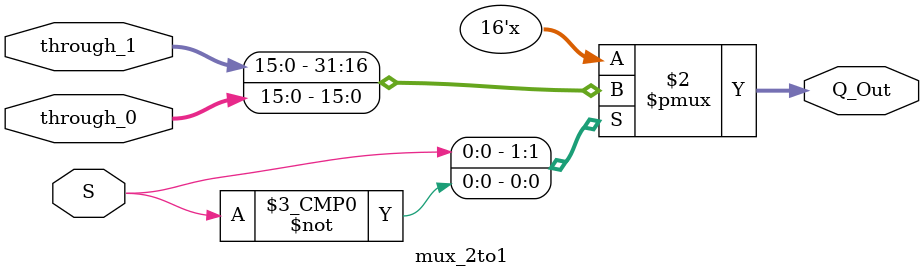
<source format=sv>
module mux_2to1  
						#(parameter width = 16)
						(input					S,
						input					[width-1:0] through_1,
						input 				[width-1:0] through_0,
						output logic		[width-1:0] Q_Out);
						
		
		//s: first bit is CALBR, second is shift signal
		// 17 bit parallel multiplexer implemented using case statement
		always_comb
		begin
				unique case(S)
						1'b1	:	Q_Out = through_1;
						1'b0  :  Q_Out = through_0;
						default:	;
				endcase
		end
		
		
endmodule
</source>
